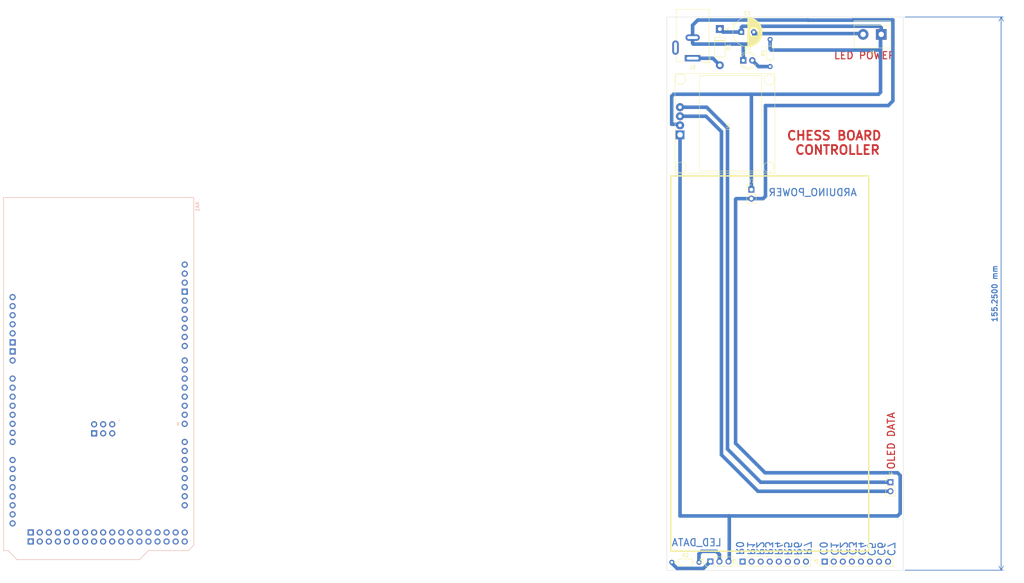
<source format=kicad_pcb>
(kicad_pcb (version 20211014) (generator pcbnew)
  (layers (0 "F.Cu" signal) (31 "B.Cu" signal) (34 "B.Paste" user) (35 "F.Paste" user) (36 "B.SilkS" user "B.Silkscreen") (37 "F.SilkS" user "F.Silkscreen") (38 "B.Mask" user) (39 "F.Mask" user) (44 "Edge.Cuts" user))
  (net 0 "")
  (net 1 "+5V")
  (net 2 "Earth")
  (net 3 "Net-(D2-Pad2)")
  (net 4 "Net-(J4-Pad1)")
  (net 5 "Net-(J4-Pad2)")
  (net 22 "Net-(D1-Pad2)")
  (net 114 "Net-(R2-Pad1)")
  (net 115 "Net-(R2-Pad2)")
  (footprint "Resistor_THT:R_Axial_DIN0204_L3.6mm_D1.6mm_P7.62mm_Horizontal" (layer "F.Cu") (at 101.915 178.725)
    (fp_text reference "R2" (at 3.81 -1.92) (layer "F.SilkS"))
    (fp_text value "330R")
    (fp_line (start 5.73 0.92) (end 5.73 -0.92) (layer "F.SilkS") (width 0.12))
    (fp_line (start 1.89 -0.92) (end 1.89 0.92) (layer "F.SilkS") (width 0.12))
    (fp_line (start 0.94 0) (end 1.89 0) (layer "F.SilkS") (width 0.12))
    (fp_line (start 6.68 0) (end 5.73 0) (layer "F.SilkS") (width 0.12))
    (fp_line (start 1.89 0.92) (end 5.73 0.92) (layer "F.SilkS") (width 0.12))
    (fp_line (start 5.73 -0.92) (end 1.89 -0.92) (layer "F.SilkS") (width 0.12))
    (pad "1" thru_hole circle (at 0 0) (size 1.4 1.4) (drill 0.7) (layers *.Cu *.Mask) (net 114 "Net-(R2-Pad1)"))
    (pad "2" thru_hole oval (at 7.62 0) (size 1.4 1.4) (drill 0.7) (layers *.Cu *.Mask) (net 115 "Net-(R2-Pad2)"))
  )
  (footprint "Arduino:Arduino_Mega2560_Shield" (layer "F.Cu") (at -85.47 76.37 -90)
    (fp_text reference "XA1" (at 2.54 -54.356 90) (layer "B.SilkS") (effects (justify mirror)))
    (fp_text value "Arduino_Mega2560_Shield")
    (fp_text user "." (at 62.484 -32.004 90) (layer "B.SilkS"))
    (fp_text user "D0" (at 63.5 -48.895 -90 unlocked) (layer "B.SilkS") (effects (font (size 0.5 0.5) (thickness 0.075)) (justify mirror)))
    (fp_text user "." (at 62.484 -32.004 90) (layer "F.SilkS"))
    (fp_text user "D0" (at 63.5 -48.895 -90 unlocked) (layer "F.SilkS") (effects (font (size 0.5 0.5) (thickness 0.075))))
    (fp_line (start 0 -53.34) (end 0 0) (layer "B.SilkS") (width 0.15))
    (fp_line (start 101.6 -38.1) (end 99.06 -40.64) (layer "B.SilkS") (width 0.15))
    (fp_line (start 0 0) (end 99.06 0) (layer "B.SilkS") (width 0.15))
    (fp_line (start 97.536 -53.34) (end 99.06 -51.816) (layer "B.SilkS") (width 0.15))
    (fp_line (start 99.06 -1.27) (end 101.6 -3.81) (layer "B.SilkS") (width 0.15))
    (fp_line (start 99.06 0) (end 99.06 -1.27) (layer "B.SilkS") (width 0.15))
    (fp_line (start 0 -53.34) (end 97.536 -53.34) (layer "B.SilkS") (width 0.15))
    (fp_line (start 101.6 -3.81) (end 101.6 -38.1) (layer "B.SilkS") (width 0.15))
    (fp_line (start 99.06 -40.64) (end 99.06 -51.816) (layer "B.SilkS") (width 0.15))
    (pad "" np_thru_hole circle (at 96.52 -2.54 270) (size 3.2 3.2) (drill 3.2) (layers *.Cu *.Mask))
    (pad "" np_thru_hole circle (at 66.04 -7.62 270) (size 3.2 3.2) (drill 3.2) (layers *.Cu *.Mask))
    (pad "" thru_hole oval (at 27.94 -2.54 270) (size 1.7272 1.7272) (drill 1.016) (layers *.Cu *.Mask))
    (pad "" np_thru_hole circle (at 90.17 -50.8 270) (size 3.2 3.2) (drill 3.2) (layers *.Cu *.Mask))
    (pad "" np_thru_hole circle (at 66.04 -35.56 270) (size 3.2 3.2) (drill 3.2) (layers *.Cu *.Mask))
    (pad "" np_thru_hole circle (at 15.24 -50.8 270) (size 3.2 3.2) (drill 3.2) (layers *.Cu *.Mask))
    (pad "" np_thru_hole circle (at 13.97 -2.54 270) (size 3.2 3.2) (drill 3.2) (layers *.Cu *.Mask))
    (pad "3V3" thru_hole oval (at 35.56 -2.54 270) (size 1.7272 1.7272) (drill 1.016) (layers *.Cu *.Mask))
    (pad "5V1" thru_hole oval (at 38.1 -2.54 270) (size 1.7272 1.7272) (drill 1.016) (layers *.Cu *.Mask))
    (pad "5V2" thru_hole oval (at 66.167 -30.48 270) (size 1.7272 1.7272) (drill 1.016) (layers *.Cu *.Mask))
    (pad "5V3" thru_hole oval (at 93.98 -50.8 270) (size 1.7272 1.7272) (drill 1.016) (layers *.Cu *.Mask))
    (pad "5V4" thru_hole oval (at 96.52 -50.8 270) (size 1.7272 1.7272) (drill 1.016) (layers *.Cu *.Mask))
    (pad "A0" thru_hole oval (at 50.8 -2.54 270) (size 1.7272 1.7272) (drill 1.016) (layers *.Cu *.Mask))
    (pad "A1" thru_hole oval (at 53.34 -2.54 270) (size 1.7272 1.7272) (drill 1.016) (layers *.Cu *.Mask))
    (pad "A2" thru_hole oval (at 55.88 -2.54 270) (size 1.7272 1.7272) (drill 1.016) (layers *.Cu *.Mask))
    (pad "A3" thru_hole oval (at 58.42 -2.54 270) (size 1.7272 1.7272) (drill 1.016) (layers *.Cu *.Mask))
    (pad "A4" thru_hole oval (at 60.96 -2.54 270) (size 1.7272 1.7272) (drill 1.016) (layers *.Cu *.Mask))
    (pad "A5" thru_hole oval (at 63.5 -2.54 270) (size 1.7272 1.7272) (drill 1.016) (layers *.Cu *.Mask))
    (pad "A6" thru_hole oval (at 66.04 -2.54 270) (size 1.7272 1.7272) (drill 1.016) (layers *.Cu *.Mask))
    (pad "A7" thru_hole oval (at 68.58 -2.54 270) (size 1.7272 1.7272) (drill 1.016) (layers *.Cu *.Mask))
    (pad "A8" thru_hole oval (at 73.66 -2.54 270) (size 1.7272 1.7272) (drill 1.016) (layers *.Cu *.Mask))
    (pad "A9" thru_hole oval (at 76.2 -2.54 270) (size 1.7272 1.7272) (drill 1.016) (layers *.Cu *.Mask))
    (pad "A10" thru_hole oval (at 78.74 -2.54 270) (size 1.7272 1.7272) (drill 1.016) (layers *.Cu *.Mask))
    (pad "A11" thru_hole oval (at 81.28 -2.54 270) (size 1.7272 1.7272) (drill 1.016) (layers *.Cu *.Mask))
    (pad "A12" thru_hole oval (at 83.82 -2.54 270) (size 1.7272 1.7272) (drill 1.016) (layers *.Cu *.Mask))
    (pad "A13" thru_hole oval (at 86.36 -2.54 270) (size 1.7272 1.7272) (drill 1.016) (layers *.Cu *.Mask))
    (pad "A14" thru_hole oval (at 88.9 -2.54 270) (size 1.7272 1.7272) (drill 1.016) (layers *.Cu *.Mask))
    (pad "A15" thru_hole oval (at 91.44 -2.54 270) (size 1.7272 1.7272) (drill 1.016) (layers *.Cu *.Mask))
    (pad "AREF" thru_hole oval (at 23.876 -50.8 270) (size 1.7272 1.7272) (drill 1.016) (layers *.Cu *.Mask))
    (pad "D0" thru_hole oval (at 63.5 -50.8 270) (size 1.7272 1.7272) (drill 1.016) (layers *.Cu *.Mask))
    (pad "D1" thru_hole oval (at 60.96 -50.8 270) (size 1.7272 1.7272) (drill 1.016) (layers *.Cu *.Mask))
    (pad "D2" thru_hole oval (at 58.42 -50.8 270) (size 1.7272 1.7272) (drill 1.016) (layers *.Cu *.Mask))
    (pad "D3" thru_hole oval (at 55.88 -50.8 270) (size 1.7272 1.7272) (drill 1.016) (layers *.Cu *.Mask))
    (pad "D4" thru_hole oval (at 53.34 -50.8 270) (size 1.7272 1.7272) (drill 1.016) (layers *.Cu *.Mask))
    (pad "D5" thru_hole oval (at 50.8 -50.8 270) (size 1.7272 1.7272) (drill 1.016) (layers *.Cu *.Mask))
    (pad "D6" thru_hole oval (at 48.26 -50.8 270) (size 1.7272 1.7272) (drill 1.016) (layers *.Cu *.Mask))
    (pad "D7" thru_hole oval (at 45.72 -50.8 270) (size 1.7272 1.7272) (drill 1.016) (layers *.Cu *.Mask))
    (pad "D8" thru_hole oval (at 41.656 -50.8 270) (size 1.7272 1.7272) (drill 1.016) (layers *.Cu *.Mask))
    (pad "D9" thru_hole oval (at 39.116 -50.8 270) (size 1.7272 1.7272) (drill 1.016) (layers *.Cu *.Mask))
    (pad "D10" thru_hole oval (at 36.576 -50.8 270) (size 1.7272 1.7272) (drill 1.016) (layers *.Cu *.Mask))
    (pad "D11" thru_hole oval (at 34.036 -50.8 270) (size 1.7272 1.7272) (drill 1.016) (layers *.Cu *.Mask))
    (pad "D12" thru_hole oval (at 31.496 -50.8 270) (size 1.7272 1.7272) (drill 1.016) (layers *.Cu *.Mask))
    (pad "D13" thru_hole oval (at 28.956 -50.8 270) (size 1.7272 1.7272) (drill 1.016) (layers *.Cu *.Mask))
    (pad "D14" thru_hole oval (at 68.58 -50.8 270) (size 1.7272 1.7272) (drill 1.016) (layers *.Cu *.Mask))
    (pad "D15" thru_hole oval (at 71.12 -50.8 270) (size 1.7272 1.7272) (drill 1.016) (layers *.Cu *.Mask))
    (pad "D16" thru_hole oval (at 73.66 -50.8 270) (size 1.7272 1.7272) (drill 1.016) (layers *.Cu *.Mask))
    (pad "D17" thru_hole oval (at 76.2 -50.8 270) (size 1.7272 1.7272) (drill 1.016) (layers *.Cu *.Mask))
    (pad "D18" thru_hole oval (at 78.74 -50.8 270) (size 1.7272 1.7272) (drill 1.016) (layers *.Cu *.Mask))
    (pad "D19" thru_hole oval (at 81.28 -50.8 270) (size 1.7272 1.7272) (drill 1.016) (layers *.Cu *.Mask))
    (pad "D20" thru_hole oval (at 83.82 -50.8 270) (size 1.7272 1.7272) (drill 1.016) (layers *.Cu *.Mask))
    (pad "D21" thru_hole oval (at 86.36 -50.8 270) (size 1.7272 1.7272) (drill 1.016) (layers *.Cu *.Mask))
    (pad "D22" thru_hole oval (at 93.98 -48.26 270) (size 1.7272 1.7272) (drill 1.016) (layers *.Cu *.Mask))
    (pad "D23" thru_hole oval (at 96.52 -48.26 270) (size 1.7272 1.7272) (drill 1.016) (layers *.Cu *.Mask))
    (pad "D24" thru_hole oval (at 93.98 -45.72 270) (size 1.7272 1.7272) (drill 1.016) (layers *.Cu *.Mask))
    (pad "D25" thru_hole oval (at 96.52 -45.72 270) (size 1.7272 1.7272) (drill 1.016) (layers *.Cu *.Mask))
    (pad "D26" thru_hole oval (at 93.98 -43.18 270) (size 1.7272 1.7272) (drill 1.016) (layers *.Cu *.Mask))
    (pad "D27" thru_hole oval (at 96.52 -43.18 270) (size 1.7272 1.7272) (drill 1.016) (layers *.Cu *.Mask))
    (pad "D28" thru_hole oval (at 93.98 -40.64 270) (size 1.7272 1.7272) (drill 1.016) (layers *.Cu *.Mask))
    (pad "D29" thru_hole oval (at 96.52 -40.64 270) (size 1.7272 1.7272) (drill 1.016) (layers *.Cu *.Mask))
    (pad "D30" thru_hole oval (at 93.98 -38.1 270) (size 1.7272 1.7272) (drill 1.016) (layers *.Cu *.Mask))
    (pad "D31" thru_hole oval (at 96.52 -38.1 270) (size 1.7272 1.7272) (drill 1.016) (layers *.Cu *.Mask))
    (pad "D32" thru_hole oval (at 93.98 -35.56 270) (size 1.7272 1.7272) (drill 1.016) (layers *.Cu *.Mask))
    (pad "D33" thru_hole oval (at 96.52 -35.56 270) (size 1.7272 1.7272) (drill 1.016) (layers *.Cu *.Mask))
    (pad "D34" thru_hole oval (at 93.98 -33.02 270) (size 1.7272 1.7272) (drill 1.016) (layers *.Cu *.Mask))
    (pad "D35" thru_hole oval (at 96.52 -33.02 270) (size 1.7272 1.7272) (drill 1.016) (layers *.Cu *.Mask))
    (pad "D36" thru_hole oval (at 93.98 -30.48 270) (size 1.7272 1.7272) (drill 1.016) (layers *.Cu *.Mask))
    (pad "D37" thru_hole oval (at 96.52 -30.48 270) (size 1.7272 1.7272) (drill 1.016) (layers *.Cu *.Mask))
    (pad "D38" thru_hole oval (at 93.98 -27.94 270) (size 1.7272 1.7272) (drill 1.016) (layers *.Cu *.Mask))
    (pad "D39" thru_hole oval (at 96.52 -27.94 270) (size 1.7272 1.7272) (drill 1.016) (layers *.Cu *.Mask))
    (pad "D40" thru_hole oval (at 93.98 -25.4 270) (size 1.7272 1.7272) (drill 1.016) (layers *.Cu *.Mask))
    (pad "D41" thru_hole oval (at 96.52 -25.4 270) (size 1.7272 1.7272) (drill 1.016) (layers *.Cu *.Mask))
    (pad "D42" thru_hole oval (at 93.98 -22.86 270) (size 1.7272 1.7272) (drill 1.016) (layers *.Cu *.Mask))
    (pad "D43" thru_hole oval (at 96.52 -22.86 270) (size 1.7272 1.7272) (drill 1.016) (layers *.Cu *.Mask))
    (pad "D44" thru_hole oval (at 93.98 -20.32 270) (size 1.7272 1.7272) (drill 1.016) (layers *.Cu *.Mask))
    (pad "D45" thru_hole oval (at 96.52 -20.32 270) (size 1.7272 1.7272) (drill 1.016) (layers *.Cu *.Mask))
    (pad "D46" thru_hole oval (at 93.98 -17.78 270) (size 1.7272 1.7272) (drill 1.016) (layers *.Cu *.Mask))
    (pad "D47" thru_hole oval (at 96.52 -17.78 270) (size 1.7272 1.7272) (drill 1.016) (layers *.Cu *.Mask))
    (pad "D48" thru_hole oval (at 93.98 -15.24 270) (size 1.7272 1.7272) (drill 1.016) (layers *.Cu *.Mask))
    (pad "D49" thru_hole oval (at 96.52 -15.24 270) (size 1.7272 1.7272) (drill 1.016) (layers *.Cu *.Mask))
    (pad "D50" thru_hole oval (at 93.98 -12.7 270) (size 1.7272 1.7272) (drill 1.016) (layers *.Cu *.Mask))
    (pad "D51" thru_hole oval (at 96.52 -12.7 270) (size 1.7272 1.7272) (drill 1.016) (layers *.Cu *.Mask))
    (pad "D52" thru_hole oval (at 93.98 -10.16 270) (size 1.7272 1.7272) (drill 1.016) (layers *.Cu *.Mask))
    (pad "D53" thru_hole oval (at 96.52 -10.16 270) (size 1.7272 1.7272) (drill 1.016) (layers *.Cu *.Mask))
    (pad "GND1" thru_hole rect (at 26.416 -50.8 270) (size 1.7272 1.7272) (drill 1.016) (layers *.Cu *.Mask))
    (pad "GND2" thru_hole rect (at 40.64 -2.54 270) (size 1.7272 1.7272) (drill 1.016) (layers *.Cu *.Mask))
    (pad "GND3" thru_hole rect (at 43.18 -2.54 270) (size 1.7272 1.7272) (drill 1.016) (layers *.Cu *.Mask))
    (pad "GND4" thru_hole rect (at 66.167 -25.4 270) (size 1.7272 1.7272) (drill 1.016) (layers *.Cu *.Mask))
    (pad "GND5" thru_hole rect (at 93.98 -7.62 270) (size 1.7272 1.7272) (drill 1.016) (layers *.Cu *.Mask))
    (pad "GND6" thru_hole rect (at 96.52 -7.62 270) (size 1.7272 1.7272) (drill 1.016) (layers *.Cu *.Mask))
    (pad "IORF" thru_hole oval (at 30.48 -2.54 270) (size 1.7272 1.7272) (drill 1.016) (layers *.Cu *.Mask))
    (pad "MISO" thru_hole oval (at 63.627 -30.48 270) (size 1.7272 1.7272) (drill 1.016) (layers *.Cu *.Mask))
    (pad "MOSI" thru_hole oval (at 66.167 -27.94 270) (size 1.7272 1.7272) (drill 1.016) (layers *.Cu *.Mask))
    (pad "RST1" thru_hole oval (at 33.02 -2.54 270) (size 1.7272 1.7272) (drill 1.016) (layers *.Cu *.Mask))
    (pad "RST2" thru_hole oval (at 63.627 -25.4 270) (size 1.7272 1.7272) (drill 1.016) (layers *.Cu *.Mask))
    (pad "SCK" thru_hole oval (at 63.627 -27.94 270) (size 1.7272 1.7272) (drill 1.016) (layers *.Cu *.Mask))
    (pad "SCL" thru_hole oval (at 18.796 -50.8 270) (size 1.7272 1.7272) (drill 1.016) (layers *.Cu *.Mask))
    (pad "SDA" thru_hole oval (at 21.336 -50.8 270) (size 1.7272 1.7272) (drill 1.016) (layers *.Cu *.Mask))
    (pad "VIN" thru_hole oval (at 45.72 -2.54 270) (size 1.7272 1.7272) (drill 1.016) (layers *.Cu *.Mask))
  )
  (footprint "Diode_THT:D_DO-41_SOD81_P10.16mm_Horizontal" (layer "F.Cu") (at 115.375 29.07 -90)
    (fp_text reference "D1" (at 5.08 -2.47 90) (layer "F.SilkS"))
    (fp_text value "1N4001")
    (fp_text user "K" (at 0 -2.1 90) (layer "F.SilkS"))
    (fp_line (start 8.82 0) (end 7.8 0) (layer "F.SilkS") (width 0.12))
    (fp_line (start 2.36 1.47) (end 7.8 1.47) (layer "F.SilkS") (width 0.12))
    (fp_line (start 2.36 -1.47) (end 2.36 1.47) (layer "F.SilkS") (width 0.12))
    (fp_line (start 7.8 -1.47) (end 2.36 -1.47) (layer "F.SilkS") (width 0.12))
    (fp_line (start 3.26 -1.47) (end 3.26 1.47) (layer "F.SilkS") (width 0.12))
    (fp_line (start 1.34 0) (end 2.36 0) (layer "F.SilkS") (width 0.12))
    (fp_line (start 7.8 1.47) (end 7.8 -1.47) (layer "F.SilkS") (width 0.12))
    (fp_line (start 3.14 -1.47) (end 3.14 1.47) (layer "F.SilkS") (width 0.12))
    (fp_line (start 3.38 -1.47) (end 3.38 1.47) (layer "F.SilkS") (width 0.12))
    (pad "1" thru_hole rect (at 0 0 270) (size 2.2 2.2) (drill 1.1) (layers *.Cu *.Mask) (net 1 "+5V"))
    (pad "2" thru_hole oval (at 10.16 0 270) (size 2.2 2.2) (drill 1.1) (layers *.Cu *.Mask) (net 22 "Net-(D1-Pad2)"))
  )
  (footprint "LED_THT:LED_D4.0mm" (layer "F.Cu") (at 121.95 37.875)
    (fp_text reference "D2" (at 1.27 -3.46) (layer "F.SilkS"))
    (fp_text value "LED")
    (fp_line (start -0.79 1.08) (end -0.79 1.399) (layer "F.SilkS") (width 0.12))
    (fp_line (start -0.79 -1.399) (end -0.79 -1.08) (layer "F.SilkS") (width 0.12))
    (fp_arc (start -0.79 -1.398749) (mid 1.453519 -2.483228) (end 3.513242 -1.080724) (layer "F.SilkS") (width 0.12))
    (fp_arc (start -0.41333 -1.08) (mid 1.269429 -2) (end 2.952713 -1.080961) (layer "F.SilkS") (width 0.12))
    (fp_arc (start 3.513242 1.080724) (mid 1.453519 2.483228) (end -0.79 1.398749) (layer "F.SilkS") (width 0.12))
    (fp_arc (start 2.952713 1.080961) (mid 1.269429 2) (end -0.41333 1.08) (layer "F.SilkS") (width 0.12))
    (pad "1" thru_hole rect (at 0 0) (size 1.8 1.8) (drill 0.9) (layers *.Cu *.Mask) (net 2 "Earth"))
    (pad "2" thru_hole circle (at 2.54 0) (size 1.8 1.8) (drill 0.9) (layers *.Cu *.Mask) (net 3 "Net-(D2-Pad2)"))
  )
  (footprint "Connector_PinHeader_2.54mm:PinHeader_1x02_P2.54mm_Vertical" (layer "F.Cu") (at 163.225 156.25)
    (fp_text reference "J4" (at 0 -2.33) (layer "F.SilkS"))
    (fp_text value "OLED_DATA")
    (fp_line (start -1.33 -1.33) (end 0 -1.33) (layer "F.SilkS") (width 0.12))
    (fp_line (start 1.33 1.27) (end 1.33 3.87) (layer "F.SilkS") (width 0.12))
    (fp_line (start -1.33 1.27) (end -1.33 3.87) (layer "F.SilkS") (width 0.12))
    (fp_line (start -1.33 0) (end -1.33 -1.33) (layer "F.SilkS") (width 0.12))
    (fp_line (start -1.33 3.87) (end 1.33 3.87) (layer "F.SilkS") (width 0.12))
    (fp_line (start -1.33 1.27) (end 1.33 1.27) (layer "F.SilkS") (width 0.12))
    (pad "1" thru_hole rect (at 0 0) (size 1.7 1.7) (drill 1) (layers *.Cu *.Mask) (net 4 "Net-(J4-Pad1)"))
    (pad "2" thru_hole oval (at 0 2.54) (size 1.7 1.7) (drill 1) (layers *.Cu *.Mask) (net 5 "Net-(J4-Pad2)"))
  )
  (footprint "custom-footprints:SSD1306_OLED_SCREEN" (layer "F.Cu") (at 102.82 69.555 90)
    (fp_text reference "U1" (at 13.081 14.986 90 unlocked) (layer "F.SilkS"))
    (fp_text value "SSD1306_OLED_SCREEN")
    (fp_rect (start 0.635 6.858) (end 27.432 24.257) (layer "F.SilkS") (width 0.12) (fill none))
    (fp_rect (start 0 0) (end 28 28) (layer "F.SilkS") (width 0.12) (fill none))
    (fp_circle (center 26.237978 26.416) (end 27.126978 27.559) (layer "F.SilkS") (width 0.12) (fill none))
    (fp_circle (center 26.364978 1.524) (end 27.253978 2.667) (layer "F.SilkS") (width 0.12) (fill none))
    (fp_circle (center 1.651 1.651) (end 2.54 2.794) (layer "F.SilkS") (width 0.12) (fill none))
    (fp_circle (center 1.726978 26.289) (end 2.615978 27.432) (layer "F.SilkS") (width 0.12) (fill none))
    (pad "1" thru_hole rect (at 10.795 1.397 90) (size 2.5 2.5) (drill 1.5) (layers *.Cu *.Mask) (net 2 "Earth"))
    (pad "2" thru_hole circle (at 13.462 1.397 90) (size 2.286 2.286) (drill 1) (layers *.Cu *.Mask) (net 1 "+5V"))
    (pad "3" thru_hole circle (at 16.002 1.397 90) (size 2.286 2.286) (drill 1) (layers *.Cu *.Mask) (net 5 "Net-(J4-Pad2)"))
    (pad "4" thru_hole circle (at 18.542 1.397 90) (size 2.286 2.286) (drill 1) (layers *.Cu *.Mask) (net 4 "Net-(J4-Pad1)"))
  )
  (footprint "Connector_PinHeader_2.54mm:PinHeader_1x08_P2.54mm_Vertical" (layer "F.Cu") (at 144.775 178.525 90)
    (fp_text reference "J6" (at 0 -2.33 90) (layer "F.SilkS"))
    (fp_text value "COLS")
    (fp_line (start -1.33 -1.33) (end 0 -1.33) (layer "F.SilkS") (width 0.12))
    (fp_line (start 1.33 1.27) (end 1.33 19.11) (layer "F.SilkS") (width 0.12))
    (fp_line (start -1.33 1.27) (end -1.33 19.11) (layer "F.SilkS") (width 0.12))
    (fp_line (start -1.33 0) (end -1.33 -1.33) (layer "F.SilkS") (width 0.12))
    (fp_line (start -1.33 1.27) (end 1.33 1.27) (layer "F.SilkS") (width 0.12))
    (fp_line (start -1.33 19.11) (end 1.33 19.11) (layer "F.SilkS") (width 0.12))
    (pad "1" thru_hole rect (at 0 0 90) (size 1.7 1.7) (drill 1) (layers *.Cu *.Mask))
    (pad "2" thru_hole oval (at 0 2.54 90) (size 1.7 1.7) (drill 1) (layers *.Cu *.Mask))
    (pad "3" thru_hole oval (at 0 5.08 90) (size 1.7 1.7) (drill 1) (layers *.Cu *.Mask))
    (pad "4" thru_hole oval (at 0 7.62 90) (size 1.7 1.7) (drill 1) (layers *.Cu *.Mask))
    (pad "5" thru_hole oval (at 0 10.16 90) (size 1.7 1.7) (drill 1) (layers *.Cu *.Mask))
    (pad "6" thru_hole oval (at 0 12.7 90) (size 1.7 1.7) (drill 1) (layers *.Cu *.Mask))
    (pad "7" thru_hole oval (at 0 15.24 90) (size 1.7 1.7) (drill 1) (layers *.Cu *.Mask))
    (pad "8" thru_hole oval (at 0 17.78 90) (size 1.7 1.7) (drill 1) (layers *.Cu *.Mask))
  )
  (footprint "Connector_PinHeader_2.54mm:PinHeader_1x02_P2.54mm_Vertical" (layer "F.Cu") (at 124.225 74.125)
    (fp_text reference "J7" (at 0 -2.33) (layer "F.SilkS"))
    (fp_text value "ARDUINO_POWER")
    (fp_line (start -1.33 1.27) (end 1.33 1.27) (layer "F.SilkS") (width 0.12))
    (fp_line (start -1.33 0) (end -1.33 -1.33) (layer "F.SilkS") (width 0.12))
    (fp_line (start -1.33 3.87) (end 1.33 3.87) (layer "F.SilkS") (width 0.12))
    (fp_line (start -1.33 -1.33) (end 0 -1.33) (layer "F.SilkS") (width 0.12))
    (fp_line (start 1.33 1.27) (end 1.33 3.87) (layer "F.SilkS") (width 0.12))
    (fp_line (start -1.33 1.27) (end -1.33 3.87) (layer "F.SilkS") (width 0.12))
    (pad "1" thru_hole rect (at 0 0) (size 1.7 1.7) (drill 1) (layers *.Cu *.Mask) (net 1 "+5V"))
    (pad "2" thru_hole oval (at 0 2.54) (size 1.7 1.7) (drill 1) (layers *.Cu *.Mask) (net 2 "Earth"))
  )
  (footprint "Connector_BarrelJack:BarrelJack_Wuerth_6941xx301002" (layer "F.Cu") (at 107.75 37.275 180)
    (fp_text reference "J2" (at 0 -2.5) (layer "F.SilkS"))
    (fp_text value "Barrel_Jack")
    (fp_line (start 4.6 13.7) (end -4.6 13.7) (layer "F.SilkS") (width 0.12))
    (fp_line (start -4.9 -1.3) (end -4.9 0.3) (layer "F.SilkS") (width 0.12))
    (fp_line (start 4.6 5.2) (end 4.6 13.7) (layer "F.SilkS") (width 0.12))
    (fp_line (start -4.6 13.7) (end -4.6 -1) (layer "F.SilkS") (width 0.12))
    (fp_line (start 2.5 -1) (end 4.6 -1) (layer "F.SilkS") (width 0.12))
    (fp_line (start -4.6 -1) (end -2.5 -1) (layer "F.SilkS") (width 0.12))
    (fp_line (start 4.6 -1) (end 4.6 0.8) (layer "F.SilkS") (width 0.12))
    (fp_line (start -3.2 -1.3) (end -4.9 -1.3) (layer "F.SilkS") (width 0.12))
    (pad "1" thru_hole rect (at 0 0 180) (size 4.4 1.8) (drill oval 3.4 0.8) (layers *.Cu *.Mask) (net 22 "Net-(D1-Pad2)"))
    (pad "2" thru_hole oval (at 0 5.8 180) (size 4 1.8) (drill oval 3 0.8) (layers *.Cu *.Mask) (net 2 "Earth"))
    (pad "3" thru_hole oval (at 4.8 3 270) (size 4 1.8) (drill oval 3 0.8) (layers *.Cu *.Mask))
  )
  (footprint "TerminalBlock:TerminalBlock_bornier-2_P5.08mm" (layer "F.Cu") (at 160.64 30.575 180)
    (fp_text reference "J1" (at 2.54 -5.08) (layer "F.SilkS"))
    (fp_text value "LED_STRIP_POWER")
    (fp_line (start 7.62 2.54) (end -2.54 2.54) (layer "F.SilkS") (width 0.12))
    (fp_line (start 7.62 3.81) (end 7.62 -3.81) (layer "F.SilkS") (width 0.12))
    (fp_line (start -2.54 -3.81) (end -2.54 3.81) (layer "F.SilkS") (width 0.12))
    (fp_line (start -2.54 3.81) (end 7.62 3.81) (layer "F.SilkS") (width 0.12))
    (fp_line (start 7.62 -3.81) (end -2.54 -3.81) (layer "F.SilkS") (width 0.12))
    (pad "1" thru_hole rect (at 0 0 180) (size 3 3) (drill 1.52) (layers *.Cu *.Mask) (net 1 "+5V"))
    (pad "2" thru_hole circle (at 5.08 0 180) (size 3 3) (drill 1.52) (layers *.Cu *.Mask) (net 2 "Earth"))
  )
  (footprint "Resistor_THT:R_Axial_DIN0204_L3.6mm_D1.6mm_P7.62mm_Horizontal" (layer "F.Cu") (at 129.475 39.61 90)
    (fp_text reference "R1" (at 3.81 -1.92 90) (layer "F.SilkS"))
    (fp_text value "500R")
    (fp_line (start 6.68 0) (end 5.73 0) (layer "F.SilkS") (width 0.12))
    (fp_line (start 1.89 0.92) (end 5.73 0.92) (layer "F.SilkS") (width 0.12))
    (fp_line (start 1.89 -0.92) (end 1.89 0.92) (layer "F.SilkS") (width 0.12))
    (fp_line (start 5.73 -0.92) (end 1.89 -0.92) (layer "F.SilkS") (width 0.12))
    (fp_line (start 5.73 0.92) (end 5.73 -0.92) (layer "F.SilkS") (width 0.12))
    (fp_line (start 0.94 0) (end 1.89 0) (layer "F.SilkS") (width 0.12))
    (pad "1" thru_hole circle (at 0 0 90) (size 1.4 1.4) (drill 0.7) (layers *.Cu *.Mask) (net 3 "Net-(D2-Pad2)"))
    (pad "2" thru_hole oval (at 7.62 0 90) (size 1.4 1.4) (drill 0.7) (layers *.Cu *.Mask) (net 1 "+5V"))
  )
  (footprint "Connector_PinHeader_2.54mm:PinHeader_1x08_P2.54mm_Vertical" (layer "F.Cu") (at 121.75 178.525 90)
    (fp_text reference "J5" (at 0 -2.33 90) (layer "F.SilkS"))
    (fp_text value "ROWS")
    (fp_line (start 1.33 1.27) (end 1.33 19.11) (layer "F.SilkS") (width 0.12))
    (fp_line (start -1.33 1.27) (end 1.33 1.27) (layer "F.SilkS") (width 0.12))
    (fp_line (start -1.33 19.11) (end 1.33 19.11) (layer "F.SilkS") (width 0.12))
    (fp_line (start -1.33 -1.33) (end 0 -1.33) (layer "F.SilkS") (width 0.12))
    (fp_line (start -1.33 1.27) (end -1.33 19.11) (layer "F.SilkS") (width 0.12))
    (fp_line (start -1.33 0) (end -1.33 -1.33) (layer "F.SilkS") (width 0.12))
    (pad "1" thru_hole rect (at 0 0 90) (size 1.7 1.7) (drill 1) (layers *.Cu *.Mask))
    (pad "2" thru_hole oval (at 0 2.54 90) (size 1.7 1.7) (drill 1) (layers *.Cu *.Mask))
    (pad "3" thru_hole oval (at 0 5.08 90) (size 1.7 1.7) (drill 1) (layers *.Cu *.Mask))
    (pad "4" thru_hole oval (at 0 7.62 90) (size 1.7 1.7) (drill 1) (layers *.Cu *.Mask))
    (pad "5" thru_hole oval (at 0 10.16 90) (size 1.7 1.7) (drill 1) (layers *.Cu *.Mask))
    (pad "6" thru_hole oval (at 0 12.7 90) (size 1.7 1.7) (drill 1) (layers *.Cu *.Mask))
    (pad "7" thru_hole oval (at 0 15.24 90) (size 1.7 1.7) (drill 1) (layers *.Cu *.Mask))
    (pad "8" thru_hole oval (at 0 17.78 90) (size 1.7 1.7) (drill 1) (layers *.Cu *.Mask))
  )
  (footprint "Capacitor_THT:CP_Radial_D8.0mm_P3.50mm" (layer "F.Cu") (at 121.397349 29.925)
    (fp_text reference "C1" (at 1.75 -5.25) (layer "F.SilkS"))
    (fp_text value "1000uF")
    (fp_line (start 3.431 -3.722) (end 3.431 -1.04) (layer "F.SilkS") (width 0.12))
    (fp_line (start 3.151 1.04) (end 3.151 3.835) (layer "F.SilkS") (width 0.12))
    (fp_line (start 3.951 -3.444) (end 3.951 -1.04) (layer "F.SilkS") (width 0.12))
    (fp_line (start 3.071 1.04) (end 3.071 3.863) (layer "F.SilkS") (width 0.12))
    (fp_line (start 5.751 -0.948) (end 5.751 0.948) (layer "F.SilkS") (width 0.12))
    (fp_line (start 3.911 1.04) (end 3.911 3.469) (layer "F.SilkS") (width 0.12))
    (fp_line (start 3.591 -3.647) (end 3.591 -1.04) (layer "F.SilkS") (width 0.12))
    (fp_line (start 4.951 -2.556) (end 4.951 2.556) (layer "F.SilkS") (width 0.12))
    (fp_line (start 4.031 -3.392) (end 4.031 -1.04) (layer "F.SilkS") (width 0.12))
    (fp_line (start 3.991 -3.418) (end 3.991 -1.04) (layer "F.SilkS") (width 0.12))
    (fp_line (start 3.151 -3.835) (end 3.151 -1.04) (layer "F.SilkS") (width 0.12))
    (fp_line (start 3.471 -3.704) (end 3.471 -1.04) (layer "F.SilkS") (width 0.12))
    (fp_line (start 1.79 -4.08) (end 1.79 4.08) (layer "F.SilkS") (width 0.12))
    (fp_line (start 5.031 -2.454) (end 5.031 2.454) (layer "F.SilkS") (width 0.12))
    (fp_line (start 4.191 1.04) (end 4.191 3.28) (layer "F.SilkS") (width 0.12))
    (fp_line (start 4.791 -2.741) (end 4.791 2.741) (layer "F.SilkS") (width 0.12))
    (fp_line (start 5.271 -2.102) (end 5.271 2.102) (layer "F.SilkS") (width 0.12))
    (fp_line (start 4.271 1.04) (end 4.271 3.22) (layer "F.SilkS") (width 0.12))
    (fp_line (start 3.311 1.04) (end 3.311 3.774) (layer "F.SilkS") (width 0.12))
    (fp_line (start 3.631 -3.627) (end 3.631 -1.04) (layer "F.SilkS") (width 0.12))
    (fp_line (start 3.471 1.04) (end 3.471 3.704) (layer "F.SilkS") (width 0.12))
    (fp_line (start 3.751 1.04) (end 3.751 3.562) (layer "F.SilkS") (width 0.12))
    (fp_line (start 4.231 -3.25) (end 4.231 -1.04) (layer "F.SilkS") (width 0.12))
    (fp_line (start 3.391 1.04) (end 3.391 3.74) (layer "F.SilkS") (width 0.12))
    (fp_line (start 2.951 1.04) (end 2.951 3.902) (layer "F.SilkS") (width 0.12))
    (fp_line (start 5.631 -1.346) (end 5.631 1.346) (layer "F.SilkS") (width 0.12))
    (fp_line (start 4.031 1.04) (end 4.031 3.392) (layer "F.SilkS") (width 0.12))
    (fp_line (start 5.351 -1.964) (end 5.351 1.964) (layer "F.SilkS") (width 0.12))
    (fp_line (start 2.671 -3.976) (end 2.671 -1.04) (layer "F.SilkS") (width 0.12))
    (fp_line (start 5.191 -2.228) (end 5.191 2.228) (layer "F.SilkS") (width 0.12))
    (fp_line (start 5.071 -2.4) (end 5.071 2.4) (layer "F.SilkS") (width 0.12))
    (fp_line (start 2.15 -4.061) (end 2.15 4.061) (layer "F.SilkS") (width 0.12))
    (fp_line (start 5.391 -1.89) (end 5.391 1.89) (layer "F.SilkS") (width 0.12))
    (fp_line (start 2.27 -4.048) (end 2.27 4.048) (layer "F.SilkS") (width 0.12))
    (fp_line (start -2.259698 -2.715) (end -2.259698 -1.915) (layer "F.SilkS") (width 0.12))
    (fp_line (start 4.671 -2.867) (end 4.671 2.867) (layer "F.SilkS") (width 0.12))
    (fp_line (start 4.071 -3.365) (end 4.071 -1.04) (layer "F.SilkS") (width 0.12))
    (fp_line (start 4.311 1.04) (end 4.311 3.189) (layer "F.SilkS") (width 0.12))
    (fp_line (start 2.591 1.04) (end 2.591 3.994) (layer "F.SilkS") (width 0.12))
    (fp_line (start 2.551 -4.002) (end 2.551 -1.04) (layer "F.SilkS") (width 0.12))
    (fp_line (start 2.751 1.04) (end 2.751 3.957) (layer "F.SilkS") (width 0.12))
    (fp_line (start 3.871 -3.493) (end 3.871 -1.04) (layer "F.SilkS") (width 0.12))
    (fp_line (start 2.471 -4.017) (end 2.471 -1.04) (layer "F.SilkS") (width 0.12))
    (fp_line (start 4.511 -3.019) (end 4.511 -1.04) (layer "F.SilkS") (width 0.12))
    (fp_line (start 2.23 -4.052) (end 2.23 4.052) (layer "F.SilkS") (width 0.12))
    (fp_line (start 1.91 -4.077) (end 1.91 4.077) (layer "F.SilkS") (width 0.12))
    (fp_line (start 2.991 -3.889) (end 2.991 -1.04) (layer "F.SilkS") (width 0.12))
    (fp_line (start 2.991 1.04) (end 2.991 3.889) (layer "F.SilkS") (width 0.12))
    (fp_line (start 3.191 -3.821) (end 3.191 -1.04) (layer "F.SilkS") (width 0.12))
    (fp_line (start 3.751 -3.562) (end 3.751 -1.04) (layer "F.SilkS") (width 0.12))
    (fp_line (start 2.511 1.04) (end 2.511 4.01) (layer "F.SilkS") (width 0.12))
    (fp_line (start 3.551 -3.666) (end 3.551 -1.04) (layer "F.SilkS") (width 0.12))
    (fp_line (start 4.751 -2.784) (end 4.751 2.784) (layer "F.SilkS") (width 0.12))
    (fp_line (start 4.911 -2.604) (end 4.911 2.604) (layer "F.SilkS") (width 0.12))
    (fp_line (start 3.671 -3.606) (end 3.671 -1.04) (layer "F.SilkS") (width 0.12))
    (fp_line (start 2.831 -3.936) (end 2.831 -1.04) (layer "F.SilkS") (width 0.12))
    (fp_line (start 2.751 -3.957) (end 2.751 -1.04) (layer "F.SilkS") (width 0.12))
    (fp_line (start 2.43 -4.024) (end 2.43 4.024) (layer "F.SilkS") (width 0.12))
    (fp_line (start 4.391 -3.124) (end 4.391 -1.04) (layer "F.SilkS") (width 0.12))
    (fp_line (start 5.111 -2.345) (end 5.111 2.345) (layer "F.SilkS") (width 0.12))
    (fp_line (start 2.471 1.04) (end 2.471 4.017) (layer "F.SilkS") (width 0.12))
    (fp_line (start 2.671 1.04) (end 2.671 3.976) (layer "F.SilkS") (width 0.12))
    (fp_line (start 4.231 1.04) (end 4.231 3.25) (layer "F.SilkS") (width 0.12))
    (fp_line (start 5.791 -0.768) (end 5.791 0.768) (layer "F.SilkS") (width 0.12))
    (fp_line (start 3.791 -3.54) (end 3.791 -1.04) (layer "F.SilkS") (width 0.12))
    (fp_line (start 2.03 -4.071) (end 2.03 4.071) (layer "F.SilkS") (width 0.12))
    (fp_line (start 3.831 1.04) (end 3.831 3.517) (layer "F.SilkS") (width 0.12))
    (fp_line (start 5.231 -2.166) (end 5.231 2.166) (layer "F.SilkS") (width 0.12))
    (fp_line (start 2.791 1.04) (end 2.791 3.947) (layer "F.SilkS") (width 0.12))
    (fp_line (start 4.311 -3.189) (end 4.311 -1.04) (layer "F.SilkS") (width 0.12))
    (fp_line (start 3.711 1.04) (end 3.711 3.584) (layer "F.SilkS") (width 0.12))
    (fp_line (start 5.311 -2.034) (end 5.311 2.034) (layer "F.SilkS") (width 0.12))
    (fp_line (start 3.631 1.04) (end 3.631 3.627) (layer "F.SilkS") (width 0.12))
    (fp_line (start 3.351 1.04) (end 3.351 3.757) (layer "F.SilkS") (width 0.12))
    (fp_line (start 2.19 -4.057) (end 2.19 4.057) (layer "F.SilkS") (width 0.12))
    (fp_line (start 3.191 1.04) (end 3.191 3.821) (layer "F.SilkS") (width 0.12))
    (fp_line (start 2.911 1.04) (end 2.911 3.914) (layer "F.SilkS") (width 0.12))
    (fp_line (start 3.591 1.04) (end 3.591 3.647) (layer "F.SilkS") (width 0.12))
    (fp_line (start 3.671 1.04) (end 3.671 3.606) (layer "F.SilkS") (width 0.12))
    (fp_line (start 2.07 -4.068) (end 2.07 4.068) (layer "F.SilkS") (width 0.12))
    (fp_line (start 2.871 -3.925) (end 2.871 -1.04) (layer "F.SilkS") (width 0.12))
    (fp_line (start 3.071 -3.863) (end 3.071 -1.04) (layer "F.SilkS") (width 0.12))
    (fp_line (start 3.351 -3.757) (end 3.351 -1.04) (layer "F.SilkS") (width 0.12))
    (fp_line (start 2.631 1.04) (end 2.631 3.985) (layer "F.SilkS") (width 0.12))
    (fp_line (start 5.831 -0.533) (end 5.831 0.533) (layer "F.SilkS") (width 0.12))
    (fp_line (start 4.471 1.04) (end 4.471 3.055) (layer "F.SilkS") (width 0.12))
    (fp_line (start 3.311 -3.774) (end 3.311 -1.04) (layer "F.SilkS") (width 0.12))
    (fp_line (start -2.659698 -2.315) (end -1.859698 -2.315) (layer "F.SilkS") (width 0.12))
    (fp_line (start 2.631 -3.985) (end 2.631 -1.04) (layer "F.SilkS") (width 0.12))
    (fp_line (start 4.831 -2.697) (end 4.831 2.697) (layer "F.SilkS") (width 0.12))
    (fp_line (start 4.351 -3.156) (end 4.351 -1.04) (layer "F.SilkS") (width 0.12))
    (fp_line (start 3.271 1.04) (end 3.271 3.79) (layer "F.SilkS") (width 0.12))
    (fp_line (start 4.071 1.04) (end 4.071 3.365) (layer "F.SilkS") (width 0.12))
    (fp_line (start 2.591 -3.994) (end 2.591 -1.04) (layer "F.SilkS") (width 0.12))
    (fp_line (start 2.831 1.04) (end 2.831 3.936) (layer "F.SilkS") (width 0.12))
    (fp_line (start 4.111 -3.338) (end 4.111 -1.04) (layer "F.SilkS") (width 0.12))
    (fp_line (start 4.591 -2.945) (end 4.591 2.945) (layer "F.SilkS") (width 0.12))
    (fp_line (start 5.471 -1.731) (end 5.471 1.731) (layer "F.SilkS") (width 0.12))
    (fp_line (start 5.711 -1.098) (end 5.711 1.098) (layer "F.SilkS") (width 0.12))
    (fp_line (start 3.231 1.04) (end 3.231 3.805) (layer "F.SilkS") (width 0.12))
    (fp_line (start 2.911 -3.914) (end 2.911 -1.04) (layer "F.SilkS") (width 0.12))
    (fp_line (start 4.431 -3.09) (end 4.431 -1.04) (layer "F.SilkS") (width 0.12))
    (fp_line (start 4.631 -2.907) (end 4.631 2.907) (layer "F.SilkS") (width 0.12))
    (fp_line (start 5.511 -1.645) (end 5.511 1.645) (layer "F.SilkS") (width 0.12))
    (fp_line (start 2.951 -3.902) (end 2.951 -1.04) (layer "F.SilkS") (width 0.12))
    (fp_line (start 3.871 1.04) (end 3.871 3.493) (layer "F.SilkS") (width 0.12))
    (fp_line (start 2.711 -3.967) (end 2.711 -1.04) (layer "F.SilkS") (width 0.12))
    (fp_line (start 2.871 1.04) (end 2.871 3.925) (layer "F.SilkS") (width 0.12))
    (fp_line (start 4.191 -3.28) (end 4.191 -1.04) (layer "F.SilkS") (width 0.12))
    (fp_line (start 4.151 -3.309) (end 4.151 -1.04) (layer "F.SilkS") (width 0.12))
    (fp_line (start 4.351 1.04) (end 4.351 3.156) (layer "F.SilkS") (width 0.12))
    (fp_line (start 4.871 -2.651) (end 4.871 2.651) (layer "F.SilkS") (width 0.12))
    (fp_line (start 3.511 1.04) (end 3.511 3.686) (layer "F.SilkS") (width 0.12))
    (fp_line (start 4.391 1.04) (end 4.391 3.124) (layer "F.SilkS") (width 0.12))
    (fp_line (start 3.391 -3.74) (end 3.391 -1.04) (layer "F.SilkS") (width 0.12))
    (fp_line (start 3.271 -3.79) (end 3.271 -1.04) (layer "F.SilkS") (width 0.12))
    (fp_line (start 5.671 -1.229) (end 5.671 1.229) (layer "F.SilkS") (width 0.12))
    (fp_line (start 3.551 1.04) (end 3.551 3.666) (layer "F.SilkS") (width 0.12))
    (fp_line (start 3.911 -3.469) (end 3.911 -1.04) (layer "F.SilkS") (width 0.12))
    (fp_line (start 1.83 -4.08) (end 1.83 4.08) (layer "F.SilkS") (width 0.12))
    (fp_line (start 4.431 1.04) (end 4.431 3.09) (layer "F.SilkS") (width 0.12))
    (fp_line (start 2.35 -4.037) (end 2.35 4.037) (layer "F.SilkS") (width 0.12))
    (fp_line (start 4.551 -2.983) (end 4.551 2.983) (layer "F.SilkS") (width 0.12))
    (fp_line (start 2.39 -4.03) (end 2.39 4.03) (layer "F.SilkS") (width 0.12))
    (fp_line (start 3.711 -3.584) (end 3.711 -1.04) (layer "F.SilkS") (width 0.12))
    (fp_line (start 1.95 -4.076) (end 1.95 4.076) (layer "F.SilkS") (width 0.12))
    (fp_line (start 4.271 -3.22) (end 4.271 -1.04) (layer "F.SilkS") (width 0.12))
    (fp_line (start 3.231 -3.805) (end 3.231 -1.04) (layer "F.SilkS") (width 0.12))
    (fp_line (start 5.431 -1.813) (end 5.431 1.813) (layer "F.SilkS") (width 0.12))
    (fp_line (start 1.75 -4.08) (end 1.75 4.08) (layer "F.SilkS") (width 0.12))
    (fp_line (start 4.511 1.04) (end 4.511 3.019) (layer "F.SilkS") (width 0.12))
    (fp_line (start 3.031 -3.877) (end 3.031 -1.04) (layer "F.SilkS") (width 0.12))
    (fp_line (start 2.791 -3.947) (end 2.791 -1.04) (layer "F.SilkS") (width 0.12))
    (fp_line (start 2.31 -4.042) (end 2.31 4.042) (layer "F.SilkS") (width 0.12))
    (fp_line (start 5.151 -2.287) (end 5.151 2.287) (layer "F.SilkS") (width 0.12))
    (fp_line (start 4.991 -2.505) (end 4.991 2.505) (layer "F.SilkS") (width 0.12))
    (fp_line (start 3.111 1.04) (end 3.111 3.85) (layer "F.SilkS") (width 0.12))
    (fp_line (start 2.551 1.04) (end 2.551 4.002) (layer "F.SilkS") (width 0.12))
    (fp_line (start 3.831 -3.517) (end 3.831 -1.04) (layer "F.SilkS") (width 0.12))
    (fp_line (start 5.551 -1.552) (end 5.551 1.552) (layer "F.SilkS") (width 0.12))
    (fp_line (start 3.511 -3.686) (end 3.511 -1.04) (layer "F.SilkS") (width 0.12))
    (fp_line (start 3.991 1.04) (end 3.991 3.418) (layer "F.SilkS") (width 0.12))
    (fp_line (start 2.711 1.04) (end 2.711 3.967) (layer "F.SilkS") (width 0.12))
    (fp_line (start 1.87 -4.079) (end 1.87 4.079) (layer "F.SilkS") (width 0.12))
    (fp_line (start 2.511 -4.01) (end 2.511 -1.04) (layer "F.SilkS") (width 0.12))
    (fp_line (start 3.951 1.04) (end 3.951 3.444) (layer "F.SilkS") (width 0.12))
    (fp_line (start 4.111 1.04) (end 4.111 3.338) (layer "F.SilkS") (width 0.12))
    (fp_line (start 3.431 1.04) (end 3.431 3.722) (layer "F.SilkS") (width 0.12))
    (fp_line (start 3.791 1.04) (end 3.791 3.54) (layer "F.SilkS") (width 0.12))
    (fp_line (start 4.471 -3.055) (end 4.471 -1.04) (layer "F.SilkS") (width 0.12))
    (fp_line (start 5.591 -1.453) (end 5.591 1.453) (layer "F.SilkS") (width 0.12))
    (fp_line (start 1.99 -4.074) (end 1.99 4.074) (layer "F.SilkS") (width 0.12))
    (fp_line (start 2.11 -4.065) (end 2.11 4.065) (layer "F.SilkS") (width 0.12))
    (fp_line (start 3.111 -3.85) (end 3.111 -1.04) (layer "F.SilkS") (width 0.12))
    (fp_line (start 4.711 -2.826) (end 4.711 2.826) (layer "F.SilkS") (width 0.12))
    (fp_line (start 4.151 1.04) (end 4.151 3.309) (layer "F.SilkS") (width 0.12))
    (fp_line (start 3.031 1.04) (end 3.031 3.877) (layer "F.SilkS") (width 0.12))
    (fp_circle (center 1.75 0) (end 5.87 0) (layer "F.SilkS") (width 0.12) (fill none))
    (pad "1" thru_hole rect (at 0 0) (size 1.6 1.6) (drill 0.8) (layers *.Cu *.Mask) (net 1 "+5V"))
    (pad "2" thru_hole circle (at 3.5 0) (size 1.6 1.6) (drill 0.8) (layers *.Cu *.Mask) (net 2 "Earth"))
  )
  (footprint "Connector_PinHeader_2.54mm:PinHeader_1x03_P2.54mm_Vertical" (layer "F.Cu") (at 112.725 178.5 90)
    (fp_text reference "J3" (at 0 -2.33 90) (layer "F.SilkS"))
    (fp_text value "LED_STRIP_DATA")
    (fp_line (start -1.33 6.41) (end 1.33 6.41) (layer "F.SilkS") (width 0.12))
    (fp_line (start -1.33 1.27) (end 1.33 1.27) (layer "F.SilkS") (width 0.12))
    (fp_line (start -1.33 0) (end -1.33 -1.33) (layer "F.SilkS") (width 0.12))
    (fp_line (start -1.33 1.27) (end -1.33 6.41) (layer "F.SilkS") (width 0.12))
    (fp_line (start 1.33 1.27) (end 1.33 6.41) (layer "F.SilkS") (width 0.12))
    (fp_line (start -1.33 -1.33) (end 0 -1.33) (layer "F.SilkS") (width 0.12))
    (pad "1" thru_hole rect (at 0 0 90) (size 1.7 1.7) (drill 1) (layers *.Cu *.Mask) (net 114 "Net-(R2-Pad1)"))
    (pad "2" thru_hole oval (at 0 2.54 90) (size 1.7 1.7) (drill 1) (layers *.Cu *.Mask) (net 115 "Net-(R2-Pad2)"))
    (pad "3" thru_hole oval (at 0 5.08 90) (size 1.7 1.7) (drill 1) (layers *.Cu *.Mask) (net 2 "Earth"))
  )
  (gr_rect (start 101.625 70.3) (end 157.125 175.6) (layer "F.SilkS") (width 0.4) (fill none))
  (gr_rect (start 100.525 25.7) (end 166.825 181.025) (layer "Edge.Cuts") (width 0.1) (fill none))
  (gr_text "OLED DATA" (at 163.425 144.625 -270) (layer "F.Cu") (effects (font (size 2 2) (thickness 0.3))))
  (gr_text "LED POWER" (at 156 36.5) (layer "F.Cu") (effects (font (size 2 2) (thickness 0.3))))
  (gr_text "CHESS BOARD \nCONTROLLER" (at 148.375 61) (layer "F.Cu") (effects (font (size 2.5 2.5) (thickness 0.5))))
  (gr_text "C1" (at 147.525 174.9 270) (layer "B.Cu") (effects (font (size 2 2) (thickness 0.3)) (justify mirror)))
  (gr_text "LED_DATA" (at 108.875 173.175) (layer "B.Cu") (effects (font (size 2 2) (thickness 0.3)) (justify mirror)))
  (gr_text "R4" (at 131.775 174.825 270) (layer "B.Cu") (effects (font (size 2 2) (thickness 0.3)) (justify mirror)))
  (gr_text "R3\n" (at 129.1 174.8 270) (layer "B.Cu") (effects (font (size 2 2) (thickness 0.3)) (justify mirror)))
  (gr_text "ARDUINO_POWER" (at 141.425 74.925) (layer "B.Cu") (effects (font (size 2 2) (thickness 0.3)) (justify mirror)))
  (gr_text "R7\n" (at 139.925 174.8 270) (layer "B.Cu") (effects (font (size 2 2) (thickness 0.3)) (justify mirror)))
  (gr_text "C6" (at 160.6 174.95 270) (layer "B.Cu") (effects (font (size 2 2) (thickness 0.3)) (justify mirror)))
  (gr_text "C7\n" (at 163.375 175.025 270) (layer "B.Cu") (effects (font (size 2 2) (thickness 0.3)) (justify mirror)))
  (gr_text "C2" (at 150.075 174.875 270) (layer "B.Cu") (effects (font (size 2 2) (thickness 0.3)) (justify mirror)))
  (gr_text "C3\n" (at 152.55 174.8 270) (layer "B.Cu") (effects (font (size 2 2) (thickness 0.3)) (justify mirror)))
  (gr_text "C0\n" (at 144.4 174.85 270) (layer "B.Cu") (effects (font (size 2 2) (thickness 0.3)) (justify mirror)))
  (gr_text "R6" (at 137.15 174.85 270) (layer "B.Cu") (effects (font (size 2 2) (thickness 0.3)) (justify mirror)))
  (gr_text "C4" (at 155.2 174.875 270) (layer "B.Cu") (effects (font (size 2 2) (thickness 0.3)) (justify mirror)))
  (gr_text "R5\n" (at 134.425 174.85 270) (layer "B.Cu") (effects (font (size 2 2) (thickness 0.3)) (justify mirror)))
  (gr_text "R0\n" (at 120.95 174.75 270) (layer "B.Cu") (effects (font (size 2 2) (thickness 0.3)) (justify mirror)))
  (gr_text "R2" (at 126.65 174.825 270) (layer "B.Cu") (effects (font (size 2 2) (thickness 0.3)) (justify mirror)))
  (gr_text "C5\n" (at 157.875 175.025 270) (layer "B.Cu") (effects (font (size 2 2) (thickness 0.3)) (justify mirror)))
  (gr_text "R1" (at 124.075 174.8 270) (layer "B.Cu") (effects (font (size 2 2) (thickness 0.3)) (justify mirror)))
  (dimension (type aligned) (layer "B.Cu") (pts (xy 166.825 25.7) (xy 166.825 180.95)) (height -27.425) (gr_text "155.2500 mm" (at 192.45 103.325 90) (layer "B.Cu") (effects (font (size 1.5 1.5) (thickness 0.3)))) (format (units 3) (units_format 1) (precision 4)) (style (thickness 0.2) (arrow_length 1.27) (text_position_mode 0) (extension_height 0.58642) (extension_offset 0.5) keep_text_aligned))
  (segment (start 116.23 29.925) (end 121.397349 29.925) (width 1) (layer "B.Cu") (net 1))
  (segment (start 160.25 34.975) (end 160.44 34.785) (width 1) (layer "B.Cu") (net 1))
  (segment (start 103.857604 55.8) (end 101.875 55.8) (width 1) (layer "B.Cu") (net 1))
  (segment (start 160.44 30.775) (end 160.64 30.575) (width 1) (layer "B.Cu") (net 1))
  (segment (start 121.397349 29.925) (end 121.397349 28.652651) (width 1) (layer "B.Cu") (net 1))
  (segment (start 160.225 28.3) (end 160.64 28.715) (width 1) (layer "B.Cu") (net 1))
  (segment (start 104.217 56.093) (end 104.150604 56.093) (width 1) (layer "B.Cu") (net 1))
  (segment (start 160.44 46.81) (end 160.44 32.79) (width 1) (layer "B.Cu") (net 1))
  (segment (start 101.875 47.925) (end 102.425 47.375) (width 1) (layer "B.Cu") (net 1))
  (segment (start 121.75 28.3) (end 160.225 28.3) (width 1) (layer "B.Cu") (net 1))
  (segment (start 160.44 32.79) (end 160.44 30.775) (width 1) (layer "B.Cu") (net 1))
  (segment (start 160.64 28.715) (end 160.64 30.575) (width 1) (layer "B.Cu") (net 1))
  (segment (start 115.375 29.07) (end 116.23 29.925) (width 1) (layer "B.Cu") (net 1))
  (segment (start 160.44 34.785) (end 160.44 32.79) (width 1) (layer "B.Cu") (net 1))
  (segment (start 129.475 34.65) (end 129.8 34.975) (width 1) (layer "B.Cu") (net 1))
  (segment (start 102.425 47.375) (end 124.225 47.375) (width 1) (layer "B.Cu") (net 1))
  (segment (start 104.150604 56.093) (end 103.857604 55.8) (width 1) (layer "B.Cu") (net 1))
  (segment (start 129.8 34.975) (end 160.25 34.975) (width 1) (layer "B.Cu") (net 1))
  (segment (start 121.397349 28.652651) (end 121.75 28.3) (width 1) (layer "B.Cu") (net 1))
  (segment (start 124.225 47.375) (end 159.875 47.375) (width 1) (layer "B.Cu") (net 1))
  (segment (start 124.225 47.375) (end 124.225 74.125) (width 1) (layer "B.Cu") (net 1))
  (segment (start 159.875 47.375) (end 160.44 46.81) (width 1) (layer "B.Cu") (net 1))
  (segment (start 129.475 31.99) (end 129.475 34.65) (width 1) (layer "B.Cu") (net 1))
  (segment (start 101.875 55.8) (end 101.875 47.925) (width 1) (layer "B.Cu") (net 1))
  (segment (start 165.2 153.6) (end 128.05 153.6) (width 1) (layer "B.Cu") (net 2))
  (segment (start 117.992 165.717) (end 165.208 165.717) (width 1) (layer "B.Cu") (net 2))
  (segment (start 118.025 178.28) (end 117.805 178.5) (width 1) (layer "B.Cu") (net 2))
  (segment (start 121.7 33.3) (end 124.15 33.3) (width 1) (layer "B.Cu") (net 2))
  (segment (start 124.897349 29.925) (end 125.322349 30.35) (width 1) (layer "B.Cu") (net 2))
  (segment (start 128.05 153.6) (end 119.8 145.35) (width 1) (layer "B.Cu") (net 2))
  (segment (start 104.217 165.717) (end 117.992 165.717) (width 1) (layer "B.Cu") (net 2))
  (segment (start 140.125 26.575) (end 152.65 26.575) (width 1) (layer "B.Cu") (net 2))
  (segment (start 107.75 33.1) (end 107.95 33.3) (width 1) (layer "B.Cu") (net 2))
  (segment (start 155.26 29.925) (end 155.36 29.825) (width 1) (layer "B.Cu") (net 2))
  (segment (start 128.175 76) (end 127.51 76.665) (width 1) (layer "B.Cu") (net 2))
  (segment (start 121.95 33.55) (end 121.7 33.3) (width 1) (layer "B.Cu") (net 2))
  (segment (start 107.75 31.475) (end 107.75 33.1) (width 1) (layer "B.Cu") (net 2))
  (segment (start 119.8 145.35) (end 119.8 76.875) (width 1) (layer "B.Cu") (net 2))
  (segment (start 165.95 164.975) (end 165.95 154.35) (width 1) (layer "B.Cu") (net 2))
  (segment (start 124.15 33.3) (end 124.897349 32.552651) (width 1) (layer "B.Cu") (net 2))
  (segment (start 165.208 165.717) (end 165.95 164.975) (width 1) (layer "B.Cu") (net 2))
  (segment (start 162.6 50.55) (end 128.175 50.55) (width 1) (layer "B.Cu") (net 2))
  (segment (start 120.01 76.665) (end 124.225 76.665) (width 1) (layer "B.Cu") (net 2))
  (segment (start 127.51 76.665) (end 124.225 76.665) (width 1) (layer "B.Cu") (net 2))
  (segment (start 124.897349 32.552651) (end 124.897349 29.925) (width 1) (layer "B.Cu") (net 2))
  (segment (start 155.335 30.35) (end 155.56 30.575) (width 1) (layer "B.Cu") (net 2))
  (segment (start 152.725 26.5) (end 163.9 26.5) (width 1) (layer "B.Cu") (net 2))
  (segment (start 152.65 26.575) (end 152.725 26.5) (width 1) (layer "B.Cu") (net 2))
  (segment (start 118.025 165.75) (end 118.025 178.28) (width 1) (layer "B.Cu") (net 2))
  (segment (start 104.217 58.76) (end 104.217 165.717) (width 1) (layer "B.Cu") (net 2))
  (segment (start 165.95 154.35) (end 165.2 153.6) (width 1) (layer "B.Cu") (net 2))
  (segment (start 121.95 37.875) (end 121.95 33.55) (width 1) (layer "B.Cu") (net 2))
  (segment (start 109.2 26.55) (end 140.1 26.55) (width 1) (layer "B.Cu") (net 2))
  (segment (start 107.75 31.475) (end 107.75 28) (width 1) (layer "B.Cu") (net 2))
  (segment (start 107.75 28) (end 109.2 26.55) (width 1) (layer "B.Cu") (net 2))
  (segment (start 163.9 26.5) (end 163.9 49.25) (width 1) (layer "B.Cu") (net 2))
  (segment (start 119.8 76.875) (end 120.01 76.665) (width 1) (layer "B.Cu") (net 2))
  (segment (start 107.95 33.3) (end 121.7 33.3) (width 1) (layer "B.Cu") (net 2))
  (segment (start 125.322349 30.35) (end 155.335 30.35) (width 1) (layer "B.Cu") (net 2))
  (segment (start 163.9 49.25) (end 162.6 50.55) (width 1) (layer "B.Cu") (net 2))
  (segment (start 128.175 50.55) (end 128.175 76) (width 1) (layer "B.Cu") (net 2))
  (segment (start 140.1 26.55) (end 140.125 26.575) (width 1) (layer "B.Cu") (net 2))
  (segment (start 117.992 165.717) (end 118.025 165.75) (width 1) (layer "B.Cu") (net 2))
  (segment (start 124.49 37.875) (end 126.225 39.61) (width 1) (layer "B.Cu") (net 3))
  (segment (start 127.19 39.61) (end 129.475 39.61) (width 1) (layer "B.Cu") (net 3))
  (segment (start 127.175 39.625) (end 127.19 39.61) (width 1) (layer "B.Cu") (net 3))
  (segment (start 126.225 39.61) (end 127.19 39.61) (width 1) (layer "B.Cu") (net 3))
  (segment (start 104.217 51.013) (end 111.663 51.013) (width 1) (layer "B.Cu") (net 4))
  (segment (start 117.525 56.875) (end 117.525 146.95) (width 1) (layer "B.Cu") (net 4))
  (segment (start 117.525 146.95) (end 126.825 156.25) (width 1) (layer "B.Cu") (net 4))
  (segment (start 126.825 156.25) (end 163.225 156.25) (width 1) (layer "B.Cu") (net 4))
  (segment (start 111.663 51.013) (end 117.525 56.875) (width 1) (layer "B.Cu") (net 4))
  (segment (start 104.217 53.553) (end 111.503 53.553) (width 1) (layer "B.Cu") (net 5))
  (segment (start 111.503 53.553) (end 115.825 57.875) (width 1) (layer "B.Cu") (net 5))
  (segment (start 115.825 148.55) (end 126.065 158.79) (width 1) (layer "B.Cu") (net 5))
  (segment (start 126.065 158.79) (end 163.225 158.79) (width 1) (layer "B.Cu") (net 5))
  (segment (start 115.825 57.875) (end 115.825 148.55) (width 1) (layer "B.Cu") (net 5))
  (segment (start 107.75 37.275) (end 113.42 37.275) (width 1) (layer "B.Cu") (net 22))
  (segment (start 113.42 37.275) (end 115.375 39.23) (width 1) (layer "B.Cu") (net 22))
  (segment (start 101.915 178.965) (end 101.915 178.725) (width 1) (layer "B.Cu") (net 114))
  (segment (start 103.4 180.45) (end 101.915 178.965) (width 1) (layer "B.Cu") (net 114))
  (segment (start 112.725 178.5) (end 110.775 180.45) (width 1) (layer "B.Cu") (net 114))
  (segment (start 110.775 180.45) (end 103.4 180.45) (width 1) (layer "B.Cu") (net 114))
  (segment (start 110.25 175.65) (end 114.4 175.65) (width 1) (layer "B.Cu") (net 115))
  (segment (start 109.525 178.725) (end 109.525 176.375) (width 1) (layer "B.Cu") (net 115))
  (segment (start 114.4 175.65) (end 115.265 176.515) (width 1) (layer "B.Cu") (net 115))
  (segment (start 115.265 176.515) (end 115.265 178.5) (width 1) (layer "B.Cu") (net 115))
  (segment (start 109.535 178.725) (end 109.525 178.725) (width 1) (layer "B.Cu") (net 115))
  (segment (start 109.525 176.375) (end 110.25 175.65) (width 1) (layer "B.Cu") (net 115))
)
</source>
